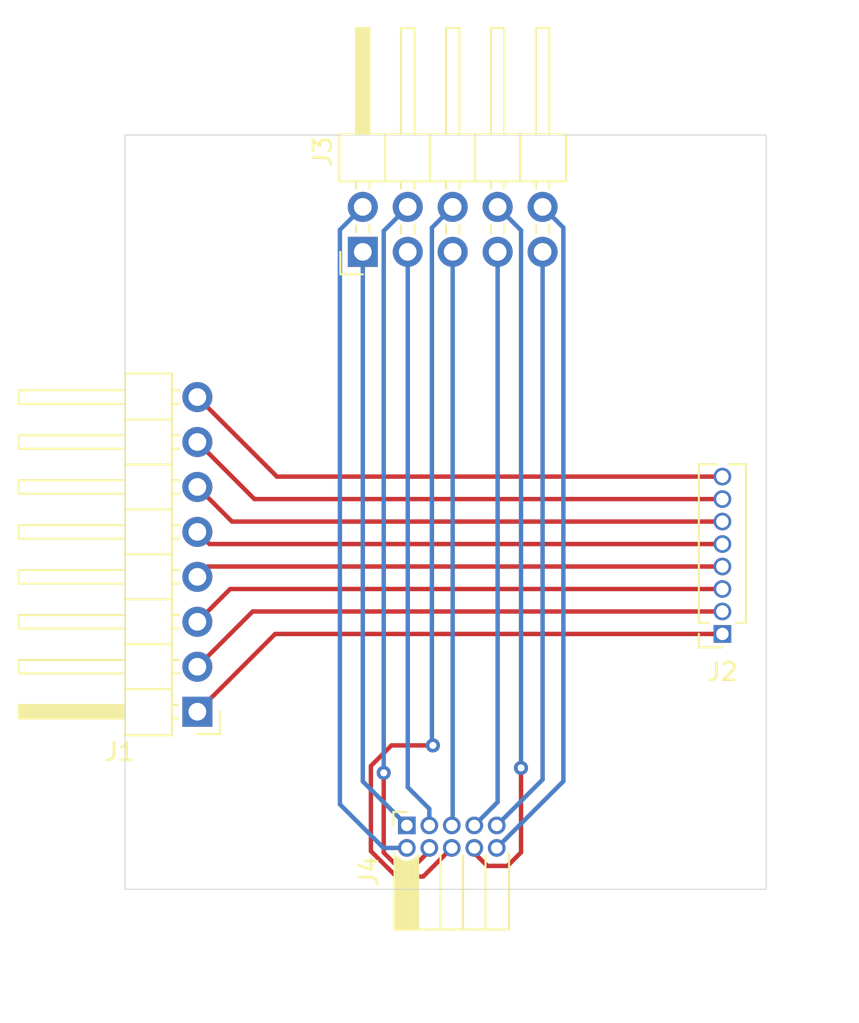
<source format=kicad_pcb>
(kicad_pcb (version 20171130) (host pcbnew "(5.1.12)-1")

  (general
    (thickness 1.6)
    (drawings 4)
    (tracks 60)
    (zones 0)
    (modules 4)
    (nets 19)
  )

  (page A4)
  (layers
    (0 F.Cu signal)
    (31 B.Cu signal)
    (32 B.Adhes user)
    (33 F.Adhes user)
    (34 B.Paste user)
    (35 F.Paste user)
    (36 B.SilkS user)
    (37 F.SilkS user)
    (38 B.Mask user)
    (39 F.Mask user)
    (40 Dwgs.User user)
    (41 Cmts.User user)
    (42 Eco1.User user)
    (43 Eco2.User user)
    (44 Edge.Cuts user)
    (45 Margin user)
    (46 B.CrtYd user)
    (47 F.CrtYd user)
    (48 B.Fab user)
    (49 F.Fab user)
  )

  (setup
    (last_trace_width 0.25)
    (trace_clearance 0.2)
    (zone_clearance 0.508)
    (zone_45_only no)
    (trace_min 0.2)
    (via_size 0.8)
    (via_drill 0.4)
    (via_min_size 0.4)
    (via_min_drill 0.3)
    (uvia_size 0.3)
    (uvia_drill 0.1)
    (uvias_allowed no)
    (uvia_min_size 0.2)
    (uvia_min_drill 0.1)
    (edge_width 0.05)
    (segment_width 0.2)
    (pcb_text_width 0.3)
    (pcb_text_size 1.5 1.5)
    (mod_edge_width 0.12)
    (mod_text_size 1 1)
    (mod_text_width 0.15)
    (pad_size 1.524 1.524)
    (pad_drill 0.762)
    (pad_to_mask_clearance 0)
    (aux_axis_origin 0 0)
    (visible_elements 7FFFFFFF)
    (pcbplotparams
      (layerselection 0x010fc_ffffffff)
      (usegerberextensions false)
      (usegerberattributes true)
      (usegerberadvancedattributes true)
      (creategerberjobfile true)
      (excludeedgelayer true)
      (linewidth 0.100000)
      (plotframeref false)
      (viasonmask false)
      (mode 1)
      (useauxorigin false)
      (hpglpennumber 1)
      (hpglpenspeed 20)
      (hpglpendiameter 15.000000)
      (psnegative false)
      (psa4output false)
      (plotreference true)
      (plotvalue false)
      (plotinvisibletext false)
      (padsonsilk false)
      (subtractmaskfromsilk true)
      (outputformat 1)
      (mirror false)
      (drillshape 0)
      (scaleselection 1)
      (outputdirectory "gerbers/"))
  )

  (net 0 "")
  (net 1 "Net-(J1-Pad8)")
  (net 2 "Net-(J1-Pad7)")
  (net 3 "Net-(J1-Pad6)")
  (net 4 "Net-(J1-Pad5)")
  (net 5 "Net-(J1-Pad4)")
  (net 6 "Net-(J1-Pad3)")
  (net 7 "Net-(J1-Pad2)")
  (net 8 "Net-(J1-Pad1)")
  (net 9 "Net-(J3-Pad10)")
  (net 10 "Net-(J3-Pad9)")
  (net 11 "Net-(J3-Pad8)")
  (net 12 "Net-(J3-Pad7)")
  (net 13 "Net-(J3-Pad6)")
  (net 14 "Net-(J3-Pad5)")
  (net 15 "Net-(J3-Pad4)")
  (net 16 "Net-(J3-Pad3)")
  (net 17 "Net-(J3-Pad2)")
  (net 18 "Net-(J3-Pad1)")

  (net_class Default "This is the default net class."
    (clearance 0.2)
    (trace_width 0.25)
    (via_dia 0.8)
    (via_drill 0.4)
    (uvia_dia 0.3)
    (uvia_drill 0.1)
    (add_net "Net-(J1-Pad1)")
    (add_net "Net-(J1-Pad2)")
    (add_net "Net-(J1-Pad3)")
    (add_net "Net-(J1-Pad4)")
    (add_net "Net-(J1-Pad5)")
    (add_net "Net-(J1-Pad6)")
    (add_net "Net-(J1-Pad7)")
    (add_net "Net-(J1-Pad8)")
    (add_net "Net-(J3-Pad1)")
    (add_net "Net-(J3-Pad10)")
    (add_net "Net-(J3-Pad2)")
    (add_net "Net-(J3-Pad3)")
    (add_net "Net-(J3-Pad4)")
    (add_net "Net-(J3-Pad5)")
    (add_net "Net-(J3-Pad6)")
    (add_net "Net-(J3-Pad7)")
    (add_net "Net-(J3-Pad8)")
    (add_net "Net-(J3-Pad9)")
  )

  (module Connector_PinSocket_1.27mm:PinSocket_1x08_P1.27mm_Vertical (layer F.Cu) (tedit 5A19A42F) (tstamp 62F3B6CA)
    (at 177.7746 104.013 180)
    (descr "Through hole straight socket strip, 1x08, 1.27mm pitch, single row (from Kicad 4.0.7), script generated")
    (tags "Through hole socket strip THT 1x08 1.27mm single row")
    (path /62FCCCDC)
    (fp_text reference J2 (at 0 -2.135) (layer F.SilkS)
      (effects (font (size 1 1) (thickness 0.15)))
    )
    (fp_text value Conn_01x08_Female (at 0 11.025) (layer F.Fab)
      (effects (font (size 1 1) (thickness 0.15)))
    )
    (fp_line (start -1.8 10.05) (end -1.8 -1.15) (layer F.CrtYd) (width 0.05))
    (fp_line (start 1.75 10.05) (end -1.8 10.05) (layer F.CrtYd) (width 0.05))
    (fp_line (start 1.75 -1.15) (end 1.75 10.05) (layer F.CrtYd) (width 0.05))
    (fp_line (start -1.8 -1.15) (end 1.75 -1.15) (layer F.CrtYd) (width 0.05))
    (fp_line (start 0 -0.76) (end 1.33 -0.76) (layer F.SilkS) (width 0.12))
    (fp_line (start 1.33 -0.76) (end 1.33 0) (layer F.SilkS) (width 0.12))
    (fp_line (start 1.33 0.635) (end 1.33 9.585) (layer F.SilkS) (width 0.12))
    (fp_line (start 0.30753 9.585) (end 1.33 9.585) (layer F.SilkS) (width 0.12))
    (fp_line (start -1.33 9.585) (end -0.30753 9.585) (layer F.SilkS) (width 0.12))
    (fp_line (start -1.33 0.635) (end -1.33 9.585) (layer F.SilkS) (width 0.12))
    (fp_line (start 0.76 0.635) (end 1.33 0.635) (layer F.SilkS) (width 0.12))
    (fp_line (start -1.33 0.635) (end -0.76 0.635) (layer F.SilkS) (width 0.12))
    (fp_line (start -1.27 9.525) (end -1.27 -0.635) (layer F.Fab) (width 0.1))
    (fp_line (start 1.27 9.525) (end -1.27 9.525) (layer F.Fab) (width 0.1))
    (fp_line (start 1.27 0) (end 1.27 9.525) (layer F.Fab) (width 0.1))
    (fp_line (start 0.635 -0.635) (end 1.27 0) (layer F.Fab) (width 0.1))
    (fp_line (start -1.27 -0.635) (end 0.635 -0.635) (layer F.Fab) (width 0.1))
    (fp_text user %R (at -4.6228 -2.794 90) (layer F.Fab)
      (effects (font (size 1 1) (thickness 0.15)))
    )
    (pad 8 thru_hole oval (at 0 8.89 180) (size 1 1) (drill 0.7) (layers *.Cu *.Mask)
      (net 1 "Net-(J1-Pad8)"))
    (pad 7 thru_hole oval (at 0 7.62 180) (size 1 1) (drill 0.7) (layers *.Cu *.Mask)
      (net 2 "Net-(J1-Pad7)"))
    (pad 6 thru_hole oval (at 0 6.35 180) (size 1 1) (drill 0.7) (layers *.Cu *.Mask)
      (net 3 "Net-(J1-Pad6)"))
    (pad 5 thru_hole oval (at 0 5.08 180) (size 1 1) (drill 0.7) (layers *.Cu *.Mask)
      (net 4 "Net-(J1-Pad5)"))
    (pad 4 thru_hole oval (at 0 3.81 180) (size 1 1) (drill 0.7) (layers *.Cu *.Mask)
      (net 5 "Net-(J1-Pad4)"))
    (pad 3 thru_hole oval (at 0 2.54 180) (size 1 1) (drill 0.7) (layers *.Cu *.Mask)
      (net 6 "Net-(J1-Pad3)"))
    (pad 2 thru_hole oval (at 0 1.27 180) (size 1 1) (drill 0.7) (layers *.Cu *.Mask)
      (net 7 "Net-(J1-Pad2)"))
    (pad 1 thru_hole rect (at 0 0 180) (size 1 1) (drill 0.7) (layers *.Cu *.Mask)
      (net 8 "Net-(J1-Pad1)"))
    (model ${KISYS3DMOD}/Connector_PinSocket_1.27mm.3dshapes/PinSocket_1x08_P1.27mm_Vertical.wrl
      (at (xyz 0 0 0))
      (scale (xyz 1 1 1))
      (rotate (xyz 0 0 0))
    )
  )

  (module Connector_PinSocket_1.27mm:PinSocket_2x05_P1.27mm_Horizontal (layer F.Cu) (tedit 5A19A42F) (tstamp 62F3B76E)
    (at 159.9438 114.8334 90)
    (descr "Through hole angled socket strip, 2x05, 1.27mm pitch, 4.4mm socket length, double cols (https://gct.co/pdfjs/web/viewer.html?file=/Files/Drawings/BD091.pdf&t=1511594177220), script generated")
    (tags "Through hole angled socket strip THT 2x05 1.27mm double row")
    (path /62FD0FA3)
    (fp_text reference J4 (at -2.5925 -2.135 90) (layer F.SilkS)
      (effects (font (size 1 1) (thickness 0.15)))
    )
    (fp_text value Conn_02x05_Odd_Even (at -2.5925 7.215 90) (layer F.Fab)
      (effects (font (size 1 1) (thickness 0.15)))
    )
    (fp_line (start 1.15 6.2) (end 1.15 -1.15) (layer F.CrtYd) (width 0.05))
    (fp_line (start -6.35 6.2) (end 1.15 6.2) (layer F.CrtYd) (width 0.05))
    (fp_line (start -6.35 -1.15) (end -6.35 6.2) (layer F.CrtYd) (width 0.05))
    (fp_line (start 1.15 -1.15) (end -6.35 -1.15) (layer F.CrtYd) (width 0.05))
    (fp_line (start 0 -0.76) (end 0.76 -0.76) (layer F.SilkS) (width 0.12))
    (fp_line (start 0.76 -0.76) (end 0.76 0) (layer F.SilkS) (width 0.12))
    (fp_line (start -5.88 -0.695) (end -5.88 5.775) (layer F.SilkS) (width 0.12))
    (fp_line (start -5.88 5.775) (end -1.57753 5.775) (layer F.SilkS) (width 0.12))
    (fp_line (start -5.88 -0.695) (end -1.57753 -0.695) (layer F.SilkS) (width 0.12))
    (fp_line (start -5.88 4.445) (end -1.687582 4.445) (layer F.SilkS) (width 0.12))
    (fp_line (start -5.88 3.175) (end -1.687582 3.175) (layer F.SilkS) (width 0.12))
    (fp_line (start -5.88 1.905) (end -1.687582 1.905) (layer F.SilkS) (width 0.12))
    (fp_line (start -5.88 0.635) (end -1.687582 0.635) (layer F.SilkS) (width 0.12))
    (fp_line (start -5.88 0.525) (end -1.819523 0.525) (layer F.SilkS) (width 0.12))
    (fp_line (start -5.88 0.415) (end -1.906691 0.415) (layer F.SilkS) (width 0.12))
    (fp_line (start -5.88 0.305) (end -1.966114 0.305) (layer F.SilkS) (width 0.12))
    (fp_line (start -5.88 0.195) (end -2.004558 0.195) (layer F.SilkS) (width 0.12))
    (fp_line (start -5.88 0.085) (end -2.025232 0.085) (layer F.SilkS) (width 0.12))
    (fp_line (start -5.88 -0.025) (end -2.029589 -0.025) (layer F.SilkS) (width 0.12))
    (fp_line (start -5.88 -0.135) (end -2.017914 -0.135) (layer F.SilkS) (width 0.12))
    (fp_line (start -5.88 -0.245) (end -1.989427 -0.245) (layer F.SilkS) (width 0.12))
    (fp_line (start -5.88 -0.355) (end -1.941993 -0.355) (layer F.SilkS) (width 0.12))
    (fp_line (start -5.88 -0.465) (end -1.871145 -0.465) (layer F.SilkS) (width 0.12))
    (fp_line (start -5.88 -0.575) (end -1.766966 -0.575) (layer F.SilkS) (width 0.12))
    (fp_line (start 0 5.33) (end 0 4.83) (layer F.Fab) (width 0.1))
    (fp_line (start -1.42 5.33) (end 0 5.33) (layer F.Fab) (width 0.1))
    (fp_line (start 0 4.83) (end -1.42 4.83) (layer F.Fab) (width 0.1))
    (fp_line (start 0 4.06) (end 0 3.56) (layer F.Fab) (width 0.1))
    (fp_line (start -1.42 4.06) (end 0 4.06) (layer F.Fab) (width 0.1))
    (fp_line (start 0 3.56) (end -1.42 3.56) (layer F.Fab) (width 0.1))
    (fp_line (start 0 2.79) (end 0 2.29) (layer F.Fab) (width 0.1))
    (fp_line (start -1.42 2.79) (end 0 2.79) (layer F.Fab) (width 0.1))
    (fp_line (start 0 2.29) (end -1.42 2.29) (layer F.Fab) (width 0.1))
    (fp_line (start 0 1.52) (end 0 1.02) (layer F.Fab) (width 0.1))
    (fp_line (start -1.42 1.52) (end 0 1.52) (layer F.Fab) (width 0.1))
    (fp_line (start 0 1.02) (end -1.42 1.02) (layer F.Fab) (width 0.1))
    (fp_line (start 0 0.25) (end 0 -0.25) (layer F.Fab) (width 0.1))
    (fp_line (start -1.42 0.25) (end 0 0.25) (layer F.Fab) (width 0.1))
    (fp_line (start 0 -0.25) (end -1.42 -0.25) (layer F.Fab) (width 0.1))
    (fp_line (start -5.82 5.715) (end -5.82 -0.635) (layer F.Fab) (width 0.1))
    (fp_line (start -1.42 5.715) (end -5.82 5.715) (layer F.Fab) (width 0.1))
    (fp_line (start -1.42 -0.25) (end -1.42 5.715) (layer F.Fab) (width 0.1))
    (fp_line (start -1.805 -0.635) (end -1.42 -0.25) (layer F.Fab) (width 0.1))
    (fp_line (start -5.82 -0.635) (end -1.805 -0.635) (layer F.Fab) (width 0.1))
    (fp_text user %R (at -3.62 2.54) (layer F.Fab)
      (effects (font (size 1 1) (thickness 0.15)))
    )
    (pad 10 thru_hole oval (at -1.27 5.08 90) (size 1 1) (drill 0.65) (layers *.Cu *.Mask)
      (net 9 "Net-(J3-Pad10)"))
    (pad 9 thru_hole oval (at 0 5.08 90) (size 1 1) (drill 0.65) (layers *.Cu *.Mask)
      (net 10 "Net-(J3-Pad9)"))
    (pad 8 thru_hole oval (at -1.27 3.81 90) (size 1 1) (drill 0.65) (layers *.Cu *.Mask)
      (net 11 "Net-(J3-Pad8)"))
    (pad 7 thru_hole oval (at 0 3.81 90) (size 1 1) (drill 0.65) (layers *.Cu *.Mask)
      (net 12 "Net-(J3-Pad7)"))
    (pad 6 thru_hole oval (at -1.27 2.54 90) (size 1 1) (drill 0.65) (layers *.Cu *.Mask)
      (net 13 "Net-(J3-Pad6)"))
    (pad 5 thru_hole oval (at 0 2.54 90) (size 1 1) (drill 0.65) (layers *.Cu *.Mask)
      (net 14 "Net-(J3-Pad5)"))
    (pad 4 thru_hole oval (at -1.27 1.27 90) (size 1 1) (drill 0.65) (layers *.Cu *.Mask)
      (net 15 "Net-(J3-Pad4)"))
    (pad 3 thru_hole oval (at 0 1.27 90) (size 1 1) (drill 0.65) (layers *.Cu *.Mask)
      (net 16 "Net-(J3-Pad3)"))
    (pad 2 thru_hole oval (at -1.27 0 90) (size 1 1) (drill 0.65) (layers *.Cu *.Mask)
      (net 17 "Net-(J3-Pad2)"))
    (pad 1 thru_hole rect (at 0 0 90) (size 1 1) (drill 0.65) (layers *.Cu *.Mask)
      (net 18 "Net-(J3-Pad1)"))
    (model ${KISYS3DMOD}/Connector_PinSocket_1.27mm.3dshapes/PinSocket_2x05_P1.27mm_Horizontal.wrl
      (at (xyz 0 0 0))
      (scale (xyz 1 1 1))
      (rotate (xyz 0 0 0))
    )
  )

  (module Connector_PinHeader_2.54mm:PinHeader_2x05_P2.54mm_Horizontal (layer F.Cu) (tedit 59FED5CB) (tstamp 62F3B733)
    (at 157.4546 82.423 90)
    (descr "Through hole angled pin header, 2x05, 2.54mm pitch, 6mm pin length, double rows")
    (tags "Through hole angled pin header THT 2x05 2.54mm double row")
    (path /62FCF510)
    (fp_text reference J3 (at 5.655 -2.27 90) (layer F.SilkS)
      (effects (font (size 1 1) (thickness 0.15)))
    )
    (fp_text value Conn_02x05_Odd_Even (at 5.655 12.43 90) (layer F.Fab)
      (effects (font (size 1 1) (thickness 0.15)))
    )
    (fp_line (start 13.1 -1.8) (end -1.8 -1.8) (layer F.CrtYd) (width 0.05))
    (fp_line (start 13.1 11.95) (end 13.1 -1.8) (layer F.CrtYd) (width 0.05))
    (fp_line (start -1.8 11.95) (end 13.1 11.95) (layer F.CrtYd) (width 0.05))
    (fp_line (start -1.8 -1.8) (end -1.8 11.95) (layer F.CrtYd) (width 0.05))
    (fp_line (start -1.27 -1.27) (end 0 -1.27) (layer F.SilkS) (width 0.12))
    (fp_line (start -1.27 0) (end -1.27 -1.27) (layer F.SilkS) (width 0.12))
    (fp_line (start 1.042929 10.54) (end 1.497071 10.54) (layer F.SilkS) (width 0.12))
    (fp_line (start 1.042929 9.78) (end 1.497071 9.78) (layer F.SilkS) (width 0.12))
    (fp_line (start 3.582929 10.54) (end 3.98 10.54) (layer F.SilkS) (width 0.12))
    (fp_line (start 3.582929 9.78) (end 3.98 9.78) (layer F.SilkS) (width 0.12))
    (fp_line (start 12.64 10.54) (end 6.64 10.54) (layer F.SilkS) (width 0.12))
    (fp_line (start 12.64 9.78) (end 12.64 10.54) (layer F.SilkS) (width 0.12))
    (fp_line (start 6.64 9.78) (end 12.64 9.78) (layer F.SilkS) (width 0.12))
    (fp_line (start 3.98 8.89) (end 6.64 8.89) (layer F.SilkS) (width 0.12))
    (fp_line (start 1.042929 8) (end 1.497071 8) (layer F.SilkS) (width 0.12))
    (fp_line (start 1.042929 7.24) (end 1.497071 7.24) (layer F.SilkS) (width 0.12))
    (fp_line (start 3.582929 8) (end 3.98 8) (layer F.SilkS) (width 0.12))
    (fp_line (start 3.582929 7.24) (end 3.98 7.24) (layer F.SilkS) (width 0.12))
    (fp_line (start 12.64 8) (end 6.64 8) (layer F.SilkS) (width 0.12))
    (fp_line (start 12.64 7.24) (end 12.64 8) (layer F.SilkS) (width 0.12))
    (fp_line (start 6.64 7.24) (end 12.64 7.24) (layer F.SilkS) (width 0.12))
    (fp_line (start 3.98 6.35) (end 6.64 6.35) (layer F.SilkS) (width 0.12))
    (fp_line (start 1.042929 5.46) (end 1.497071 5.46) (layer F.SilkS) (width 0.12))
    (fp_line (start 1.042929 4.7) (end 1.497071 4.7) (layer F.SilkS) (width 0.12))
    (fp_line (start 3.582929 5.46) (end 3.98 5.46) (layer F.SilkS) (width 0.12))
    (fp_line (start 3.582929 4.7) (end 3.98 4.7) (layer F.SilkS) (width 0.12))
    (fp_line (start 12.64 5.46) (end 6.64 5.46) (layer F.SilkS) (width 0.12))
    (fp_line (start 12.64 4.7) (end 12.64 5.46) (layer F.SilkS) (width 0.12))
    (fp_line (start 6.64 4.7) (end 12.64 4.7) (layer F.SilkS) (width 0.12))
    (fp_line (start 3.98 3.81) (end 6.64 3.81) (layer F.SilkS) (width 0.12))
    (fp_line (start 1.042929 2.92) (end 1.497071 2.92) (layer F.SilkS) (width 0.12))
    (fp_line (start 1.042929 2.16) (end 1.497071 2.16) (layer F.SilkS) (width 0.12))
    (fp_line (start 3.582929 2.92) (end 3.98 2.92) (layer F.SilkS) (width 0.12))
    (fp_line (start 3.582929 2.16) (end 3.98 2.16) (layer F.SilkS) (width 0.12))
    (fp_line (start 12.64 2.92) (end 6.64 2.92) (layer F.SilkS) (width 0.12))
    (fp_line (start 12.64 2.16) (end 12.64 2.92) (layer F.SilkS) (width 0.12))
    (fp_line (start 6.64 2.16) (end 12.64 2.16) (layer F.SilkS) (width 0.12))
    (fp_line (start 3.98 1.27) (end 6.64 1.27) (layer F.SilkS) (width 0.12))
    (fp_line (start 1.11 0.38) (end 1.497071 0.38) (layer F.SilkS) (width 0.12))
    (fp_line (start 1.11 -0.38) (end 1.497071 -0.38) (layer F.SilkS) (width 0.12))
    (fp_line (start 3.582929 0.38) (end 3.98 0.38) (layer F.SilkS) (width 0.12))
    (fp_line (start 3.582929 -0.38) (end 3.98 -0.38) (layer F.SilkS) (width 0.12))
    (fp_line (start 6.64 0.28) (end 12.64 0.28) (layer F.SilkS) (width 0.12))
    (fp_line (start 6.64 0.16) (end 12.64 0.16) (layer F.SilkS) (width 0.12))
    (fp_line (start 6.64 0.04) (end 12.64 0.04) (layer F.SilkS) (width 0.12))
    (fp_line (start 6.64 -0.08) (end 12.64 -0.08) (layer F.SilkS) (width 0.12))
    (fp_line (start 6.64 -0.2) (end 12.64 -0.2) (layer F.SilkS) (width 0.12))
    (fp_line (start 6.64 -0.32) (end 12.64 -0.32) (layer F.SilkS) (width 0.12))
    (fp_line (start 12.64 0.38) (end 6.64 0.38) (layer F.SilkS) (width 0.12))
    (fp_line (start 12.64 -0.38) (end 12.64 0.38) (layer F.SilkS) (width 0.12))
    (fp_line (start 6.64 -0.38) (end 12.64 -0.38) (layer F.SilkS) (width 0.12))
    (fp_line (start 6.64 -1.33) (end 3.98 -1.33) (layer F.SilkS) (width 0.12))
    (fp_line (start 6.64 11.49) (end 6.64 -1.33) (layer F.SilkS) (width 0.12))
    (fp_line (start 3.98 11.49) (end 6.64 11.49) (layer F.SilkS) (width 0.12))
    (fp_line (start 3.98 -1.33) (end 3.98 11.49) (layer F.SilkS) (width 0.12))
    (fp_line (start 6.58 10.48) (end 12.58 10.48) (layer F.Fab) (width 0.1))
    (fp_line (start 12.58 9.84) (end 12.58 10.48) (layer F.Fab) (width 0.1))
    (fp_line (start 6.58 9.84) (end 12.58 9.84) (layer F.Fab) (width 0.1))
    (fp_line (start -0.32 10.48) (end 4.04 10.48) (layer F.Fab) (width 0.1))
    (fp_line (start -0.32 9.84) (end -0.32 10.48) (layer F.Fab) (width 0.1))
    (fp_line (start -0.32 9.84) (end 4.04 9.84) (layer F.Fab) (width 0.1))
    (fp_line (start 6.58 7.94) (end 12.58 7.94) (layer F.Fab) (width 0.1))
    (fp_line (start 12.58 7.3) (end 12.58 7.94) (layer F.Fab) (width 0.1))
    (fp_line (start 6.58 7.3) (end 12.58 7.3) (layer F.Fab) (width 0.1))
    (fp_line (start -0.32 7.94) (end 4.04 7.94) (layer F.Fab) (width 0.1))
    (fp_line (start -0.32 7.3) (end -0.32 7.94) (layer F.Fab) (width 0.1))
    (fp_line (start -0.32 7.3) (end 4.04 7.3) (layer F.Fab) (width 0.1))
    (fp_line (start 6.58 5.4) (end 12.58 5.4) (layer F.Fab) (width 0.1))
    (fp_line (start 12.58 4.76) (end 12.58 5.4) (layer F.Fab) (width 0.1))
    (fp_line (start 6.58 4.76) (end 12.58 4.76) (layer F.Fab) (width 0.1))
    (fp_line (start -0.32 5.4) (end 4.04 5.4) (layer F.Fab) (width 0.1))
    (fp_line (start -0.32 4.76) (end -0.32 5.4) (layer F.Fab) (width 0.1))
    (fp_line (start -0.32 4.76) (end 4.04 4.76) (layer F.Fab) (width 0.1))
    (fp_line (start 6.58 2.86) (end 12.58 2.86) (layer F.Fab) (width 0.1))
    (fp_line (start 12.58 2.22) (end 12.58 2.86) (layer F.Fab) (width 0.1))
    (fp_line (start 6.58 2.22) (end 12.58 2.22) (layer F.Fab) (width 0.1))
    (fp_line (start -0.32 2.86) (end 4.04 2.86) (layer F.Fab) (width 0.1))
    (fp_line (start -0.32 2.22) (end -0.32 2.86) (layer F.Fab) (width 0.1))
    (fp_line (start -0.32 2.22) (end 4.04 2.22) (layer F.Fab) (width 0.1))
    (fp_line (start 6.58 0.32) (end 12.58 0.32) (layer F.Fab) (width 0.1))
    (fp_line (start 12.58 -0.32) (end 12.58 0.32) (layer F.Fab) (width 0.1))
    (fp_line (start 6.58 -0.32) (end 12.58 -0.32) (layer F.Fab) (width 0.1))
    (fp_line (start -0.32 0.32) (end 4.04 0.32) (layer F.Fab) (width 0.1))
    (fp_line (start -0.32 -0.32) (end -0.32 0.32) (layer F.Fab) (width 0.1))
    (fp_line (start -0.32 -0.32) (end 4.04 -0.32) (layer F.Fab) (width 0.1))
    (fp_line (start 4.04 -0.635) (end 4.675 -1.27) (layer F.Fab) (width 0.1))
    (fp_line (start 4.04 11.43) (end 4.04 -0.635) (layer F.Fab) (width 0.1))
    (fp_line (start 6.58 11.43) (end 4.04 11.43) (layer F.Fab) (width 0.1))
    (fp_line (start 6.58 -1.27) (end 6.58 11.43) (layer F.Fab) (width 0.1))
    (fp_line (start 4.675 -1.27) (end 6.58 -1.27) (layer F.Fab) (width 0.1))
    (fp_text user %R (at 5.31 5.08) (layer F.Fab)
      (effects (font (size 1 1) (thickness 0.15)))
    )
    (pad 10 thru_hole oval (at 2.54 10.16 90) (size 1.7 1.7) (drill 1) (layers *.Cu *.Mask)
      (net 9 "Net-(J3-Pad10)"))
    (pad 9 thru_hole oval (at 0 10.16 90) (size 1.7 1.7) (drill 1) (layers *.Cu *.Mask)
      (net 10 "Net-(J3-Pad9)"))
    (pad 8 thru_hole oval (at 2.54 7.62 90) (size 1.7 1.7) (drill 1) (layers *.Cu *.Mask)
      (net 11 "Net-(J3-Pad8)"))
    (pad 7 thru_hole oval (at 0 7.62 90) (size 1.7 1.7) (drill 1) (layers *.Cu *.Mask)
      (net 12 "Net-(J3-Pad7)"))
    (pad 6 thru_hole oval (at 2.54 5.08 90) (size 1.7 1.7) (drill 1) (layers *.Cu *.Mask)
      (net 13 "Net-(J3-Pad6)"))
    (pad 5 thru_hole oval (at 0 5.08 90) (size 1.7 1.7) (drill 1) (layers *.Cu *.Mask)
      (net 14 "Net-(J3-Pad5)"))
    (pad 4 thru_hole oval (at 2.54 2.54 90) (size 1.7 1.7) (drill 1) (layers *.Cu *.Mask)
      (net 15 "Net-(J3-Pad4)"))
    (pad 3 thru_hole oval (at 0 2.54 90) (size 1.7 1.7) (drill 1) (layers *.Cu *.Mask)
      (net 16 "Net-(J3-Pad3)"))
    (pad 2 thru_hole oval (at 2.54 0 90) (size 1.7 1.7) (drill 1) (layers *.Cu *.Mask)
      (net 17 "Net-(J3-Pad2)"))
    (pad 1 thru_hole rect (at 0 0 90) (size 1.7 1.7) (drill 1) (layers *.Cu *.Mask)
      (net 18 "Net-(J3-Pad1)"))
    (model ${KISYS3DMOD}/Connector_PinHeader_2.54mm.3dshapes/PinHeader_2x05_P2.54mm_Horizontal.wrl
      (at (xyz 0 0 0))
      (scale (xyz 1 1 1))
      (rotate (xyz 0 0 0))
    )
  )

  (module Connector_PinHeader_2.54mm:PinHeader_1x08_P2.54mm_Horizontal (layer F.Cu) (tedit 59FED5CB) (tstamp 62F3B68F)
    (at 148.1074 108.4072 180)
    (descr "Through hole angled pin header, 1x08, 2.54mm pitch, 6mm pin length, single row")
    (tags "Through hole angled pin header THT 1x08 2.54mm single row")
    (path /62FCDB06)
    (fp_text reference J1 (at 4.385 -2.27) (layer F.SilkS)
      (effects (font (size 1 1) (thickness 0.15)))
    )
    (fp_text value Conn_01x08_Male (at 4.385 20.05) (layer F.Fab)
      (effects (font (size 1 1) (thickness 0.15)))
    )
    (fp_line (start 10.55 -1.8) (end -1.8 -1.8) (layer F.CrtYd) (width 0.05))
    (fp_line (start 10.55 19.55) (end 10.55 -1.8) (layer F.CrtYd) (width 0.05))
    (fp_line (start -1.8 19.55) (end 10.55 19.55) (layer F.CrtYd) (width 0.05))
    (fp_line (start -1.8 -1.8) (end -1.8 19.55) (layer F.CrtYd) (width 0.05))
    (fp_line (start -1.27 -1.27) (end 0 -1.27) (layer F.SilkS) (width 0.12))
    (fp_line (start -1.27 0) (end -1.27 -1.27) (layer F.SilkS) (width 0.12))
    (fp_line (start 1.042929 18.16) (end 1.44 18.16) (layer F.SilkS) (width 0.12))
    (fp_line (start 1.042929 17.4) (end 1.44 17.4) (layer F.SilkS) (width 0.12))
    (fp_line (start 10.1 18.16) (end 4.1 18.16) (layer F.SilkS) (width 0.12))
    (fp_line (start 10.1 17.4) (end 10.1 18.16) (layer F.SilkS) (width 0.12))
    (fp_line (start 4.1 17.4) (end 10.1 17.4) (layer F.SilkS) (width 0.12))
    (fp_line (start 1.44 16.51) (end 4.1 16.51) (layer F.SilkS) (width 0.12))
    (fp_line (start 1.042929 15.62) (end 1.44 15.62) (layer F.SilkS) (width 0.12))
    (fp_line (start 1.042929 14.86) (end 1.44 14.86) (layer F.SilkS) (width 0.12))
    (fp_line (start 10.1 15.62) (end 4.1 15.62) (layer F.SilkS) (width 0.12))
    (fp_line (start 10.1 14.86) (end 10.1 15.62) (layer F.SilkS) (width 0.12))
    (fp_line (start 4.1 14.86) (end 10.1 14.86) (layer F.SilkS) (width 0.12))
    (fp_line (start 1.44 13.97) (end 4.1 13.97) (layer F.SilkS) (width 0.12))
    (fp_line (start 1.042929 13.08) (end 1.44 13.08) (layer F.SilkS) (width 0.12))
    (fp_line (start 1.042929 12.32) (end 1.44 12.32) (layer F.SilkS) (width 0.12))
    (fp_line (start 10.1 13.08) (end 4.1 13.08) (layer F.SilkS) (width 0.12))
    (fp_line (start 10.1 12.32) (end 10.1 13.08) (layer F.SilkS) (width 0.12))
    (fp_line (start 4.1 12.32) (end 10.1 12.32) (layer F.SilkS) (width 0.12))
    (fp_line (start 1.44 11.43) (end 4.1 11.43) (layer F.SilkS) (width 0.12))
    (fp_line (start 1.042929 10.54) (end 1.44 10.54) (layer F.SilkS) (width 0.12))
    (fp_line (start 1.042929 9.78) (end 1.44 9.78) (layer F.SilkS) (width 0.12))
    (fp_line (start 10.1 10.54) (end 4.1 10.54) (layer F.SilkS) (width 0.12))
    (fp_line (start 10.1 9.78) (end 10.1 10.54) (layer F.SilkS) (width 0.12))
    (fp_line (start 4.1 9.78) (end 10.1 9.78) (layer F.SilkS) (width 0.12))
    (fp_line (start 1.44 8.89) (end 4.1 8.89) (layer F.SilkS) (width 0.12))
    (fp_line (start 1.042929 8) (end 1.44 8) (layer F.SilkS) (width 0.12))
    (fp_line (start 1.042929 7.24) (end 1.44 7.24) (layer F.SilkS) (width 0.12))
    (fp_line (start 10.1 8) (end 4.1 8) (layer F.SilkS) (width 0.12))
    (fp_line (start 10.1 7.24) (end 10.1 8) (layer F.SilkS) (width 0.12))
    (fp_line (start 4.1 7.24) (end 10.1 7.24) (layer F.SilkS) (width 0.12))
    (fp_line (start 1.44 6.35) (end 4.1 6.35) (layer F.SilkS) (width 0.12))
    (fp_line (start 1.042929 5.46) (end 1.44 5.46) (layer F.SilkS) (width 0.12))
    (fp_line (start 1.042929 4.7) (end 1.44 4.7) (layer F.SilkS) (width 0.12))
    (fp_line (start 10.1 5.46) (end 4.1 5.46) (layer F.SilkS) (width 0.12))
    (fp_line (start 10.1 4.7) (end 10.1 5.46) (layer F.SilkS) (width 0.12))
    (fp_line (start 4.1 4.7) (end 10.1 4.7) (layer F.SilkS) (width 0.12))
    (fp_line (start 1.44 3.81) (end 4.1 3.81) (layer F.SilkS) (width 0.12))
    (fp_line (start 1.042929 2.92) (end 1.44 2.92) (layer F.SilkS) (width 0.12))
    (fp_line (start 1.042929 2.16) (end 1.44 2.16) (layer F.SilkS) (width 0.12))
    (fp_line (start 10.1 2.92) (end 4.1 2.92) (layer F.SilkS) (width 0.12))
    (fp_line (start 10.1 2.16) (end 10.1 2.92) (layer F.SilkS) (width 0.12))
    (fp_line (start 4.1 2.16) (end 10.1 2.16) (layer F.SilkS) (width 0.12))
    (fp_line (start 1.44 1.27) (end 4.1 1.27) (layer F.SilkS) (width 0.12))
    (fp_line (start 1.11 0.38) (end 1.44 0.38) (layer F.SilkS) (width 0.12))
    (fp_line (start 1.11 -0.38) (end 1.44 -0.38) (layer F.SilkS) (width 0.12))
    (fp_line (start 4.1 0.28) (end 10.1 0.28) (layer F.SilkS) (width 0.12))
    (fp_line (start 4.1 0.16) (end 10.1 0.16) (layer F.SilkS) (width 0.12))
    (fp_line (start 4.1 0.04) (end 10.1 0.04) (layer F.SilkS) (width 0.12))
    (fp_line (start 4.1 -0.08) (end 10.1 -0.08) (layer F.SilkS) (width 0.12))
    (fp_line (start 4.1 -0.2) (end 10.1 -0.2) (layer F.SilkS) (width 0.12))
    (fp_line (start 4.1 -0.32) (end 10.1 -0.32) (layer F.SilkS) (width 0.12))
    (fp_line (start 10.1 0.38) (end 4.1 0.38) (layer F.SilkS) (width 0.12))
    (fp_line (start 10.1 -0.38) (end 10.1 0.38) (layer F.SilkS) (width 0.12))
    (fp_line (start 4.1 -0.38) (end 10.1 -0.38) (layer F.SilkS) (width 0.12))
    (fp_line (start 4.1 -1.33) (end 1.44 -1.33) (layer F.SilkS) (width 0.12))
    (fp_line (start 4.1 19.11) (end 4.1 -1.33) (layer F.SilkS) (width 0.12))
    (fp_line (start 1.44 19.11) (end 4.1 19.11) (layer F.SilkS) (width 0.12))
    (fp_line (start 1.44 -1.33) (end 1.44 19.11) (layer F.SilkS) (width 0.12))
    (fp_line (start 4.04 18.1) (end 10.04 18.1) (layer F.Fab) (width 0.1))
    (fp_line (start 10.04 17.46) (end 10.04 18.1) (layer F.Fab) (width 0.1))
    (fp_line (start 4.04 17.46) (end 10.04 17.46) (layer F.Fab) (width 0.1))
    (fp_line (start -0.32 18.1) (end 1.5 18.1) (layer F.Fab) (width 0.1))
    (fp_line (start -0.32 17.46) (end -0.32 18.1) (layer F.Fab) (width 0.1))
    (fp_line (start -0.32 17.46) (end 1.5 17.46) (layer F.Fab) (width 0.1))
    (fp_line (start 4.04 15.56) (end 10.04 15.56) (layer F.Fab) (width 0.1))
    (fp_line (start 10.04 14.92) (end 10.04 15.56) (layer F.Fab) (width 0.1))
    (fp_line (start 4.04 14.92) (end 10.04 14.92) (layer F.Fab) (width 0.1))
    (fp_line (start -0.32 15.56) (end 1.5 15.56) (layer F.Fab) (width 0.1))
    (fp_line (start -0.32 14.92) (end -0.32 15.56) (layer F.Fab) (width 0.1))
    (fp_line (start -0.32 14.92) (end 1.5 14.92) (layer F.Fab) (width 0.1))
    (fp_line (start 4.04 13.02) (end 10.04 13.02) (layer F.Fab) (width 0.1))
    (fp_line (start 10.04 12.38) (end 10.04 13.02) (layer F.Fab) (width 0.1))
    (fp_line (start 4.04 12.38) (end 10.04 12.38) (layer F.Fab) (width 0.1))
    (fp_line (start -0.32 13.02) (end 1.5 13.02) (layer F.Fab) (width 0.1))
    (fp_line (start -0.32 12.38) (end -0.32 13.02) (layer F.Fab) (width 0.1))
    (fp_line (start -0.32 12.38) (end 1.5 12.38) (layer F.Fab) (width 0.1))
    (fp_line (start 4.04 10.48) (end 10.04 10.48) (layer F.Fab) (width 0.1))
    (fp_line (start 10.04 9.84) (end 10.04 10.48) (layer F.Fab) (width 0.1))
    (fp_line (start 4.04 9.84) (end 10.04 9.84) (layer F.Fab) (width 0.1))
    (fp_line (start -0.32 10.48) (end 1.5 10.48) (layer F.Fab) (width 0.1))
    (fp_line (start -0.32 9.84) (end -0.32 10.48) (layer F.Fab) (width 0.1))
    (fp_line (start -0.32 9.84) (end 1.5 9.84) (layer F.Fab) (width 0.1))
    (fp_line (start 4.04 7.94) (end 10.04 7.94) (layer F.Fab) (width 0.1))
    (fp_line (start 10.04 7.3) (end 10.04 7.94) (layer F.Fab) (width 0.1))
    (fp_line (start 4.04 7.3) (end 10.04 7.3) (layer F.Fab) (width 0.1))
    (fp_line (start -0.32 7.94) (end 1.5 7.94) (layer F.Fab) (width 0.1))
    (fp_line (start -0.32 7.3) (end -0.32 7.94) (layer F.Fab) (width 0.1))
    (fp_line (start -0.32 7.3) (end 1.5 7.3) (layer F.Fab) (width 0.1))
    (fp_line (start 4.04 5.4) (end 10.04 5.4) (layer F.Fab) (width 0.1))
    (fp_line (start 10.04 4.76) (end 10.04 5.4) (layer F.Fab) (width 0.1))
    (fp_line (start 4.04 4.76) (end 10.04 4.76) (layer F.Fab) (width 0.1))
    (fp_line (start -0.32 5.4) (end 1.5 5.4) (layer F.Fab) (width 0.1))
    (fp_line (start -0.32 4.76) (end -0.32 5.4) (layer F.Fab) (width 0.1))
    (fp_line (start -0.32 4.76) (end 1.5 4.76) (layer F.Fab) (width 0.1))
    (fp_line (start 4.04 2.86) (end 10.04 2.86) (layer F.Fab) (width 0.1))
    (fp_line (start 10.04 2.22) (end 10.04 2.86) (layer F.Fab) (width 0.1))
    (fp_line (start 4.04 2.22) (end 10.04 2.22) (layer F.Fab) (width 0.1))
    (fp_line (start -0.32 2.86) (end 1.5 2.86) (layer F.Fab) (width 0.1))
    (fp_line (start -0.32 2.22) (end -0.32 2.86) (layer F.Fab) (width 0.1))
    (fp_line (start -0.32 2.22) (end 1.5 2.22) (layer F.Fab) (width 0.1))
    (fp_line (start 4.04 0.32) (end 10.04 0.32) (layer F.Fab) (width 0.1))
    (fp_line (start 10.04 -0.32) (end 10.04 0.32) (layer F.Fab) (width 0.1))
    (fp_line (start 4.04 -0.32) (end 10.04 -0.32) (layer F.Fab) (width 0.1))
    (fp_line (start -0.32 0.32) (end 1.5 0.32) (layer F.Fab) (width 0.1))
    (fp_line (start -0.32 -0.32) (end -0.32 0.32) (layer F.Fab) (width 0.1))
    (fp_line (start -0.32 -0.32) (end 1.5 -0.32) (layer F.Fab) (width 0.1))
    (fp_line (start 1.5 -0.635) (end 2.135 -1.27) (layer F.Fab) (width 0.1))
    (fp_line (start 1.5 19.05) (end 1.5 -0.635) (layer F.Fab) (width 0.1))
    (fp_line (start 4.04 19.05) (end 1.5 19.05) (layer F.Fab) (width 0.1))
    (fp_line (start 4.04 -1.27) (end 4.04 19.05) (layer F.Fab) (width 0.1))
    (fp_line (start 2.135 -1.27) (end 4.04 -1.27) (layer F.Fab) (width 0.1))
    (fp_text user %R (at 2.77 8.89 90) (layer F.Fab)
      (effects (font (size 1 1) (thickness 0.15)))
    )
    (pad 8 thru_hole oval (at 0 17.78 180) (size 1.7 1.7) (drill 1) (layers *.Cu *.Mask)
      (net 1 "Net-(J1-Pad8)"))
    (pad 7 thru_hole oval (at 0 15.24 180) (size 1.7 1.7) (drill 1) (layers *.Cu *.Mask)
      (net 2 "Net-(J1-Pad7)"))
    (pad 6 thru_hole oval (at 0 12.7 180) (size 1.7 1.7) (drill 1) (layers *.Cu *.Mask)
      (net 3 "Net-(J1-Pad6)"))
    (pad 5 thru_hole oval (at 0 10.16 180) (size 1.7 1.7) (drill 1) (layers *.Cu *.Mask)
      (net 4 "Net-(J1-Pad5)"))
    (pad 4 thru_hole oval (at 0 7.62 180) (size 1.7 1.7) (drill 1) (layers *.Cu *.Mask)
      (net 5 "Net-(J1-Pad4)"))
    (pad 3 thru_hole oval (at 0 5.08 180) (size 1.7 1.7) (drill 1) (layers *.Cu *.Mask)
      (net 6 "Net-(J1-Pad3)"))
    (pad 2 thru_hole oval (at 0 2.54 180) (size 1.7 1.7) (drill 1) (layers *.Cu *.Mask)
      (net 7 "Net-(J1-Pad2)"))
    (pad 1 thru_hole rect (at 0 0 180) (size 1.7 1.7) (drill 1) (layers *.Cu *.Mask)
      (net 8 "Net-(J1-Pad1)"))
    (model ${KISYS3DMOD}/Connector_PinHeader_2.54mm.3dshapes/PinHeader_1x08_P2.54mm_Horizontal.wrl
      (at (xyz 0 0 0))
      (scale (xyz 1 1 1))
      (rotate (xyz 0 0 0))
    )
  )

  (gr_line (start 180.25 75.819) (end 180.25 118.4402) (layer Edge.Cuts) (width 0.05))
  (gr_line (start 180.25 118.4402) (end 144.018 118.4402) (layer Edge.Cuts) (width 0.05))
  (gr_line (start 144.018 118.4402) (end 144.018 75.819) (layer Edge.Cuts) (width 0.05))
  (gr_line (start 180.25 75.819) (end 144.018 75.819) (layer Edge.Cuts) (width 0.05))

  (segment (start 152.6032 95.123) (end 177.7746 95.123) (width 0.25) (layer F.Cu) (net 1))
  (segment (start 148.1074 90.6272) (end 152.6032 95.123) (width 0.25) (layer F.Cu) (net 1))
  (segment (start 151.3332 96.393) (end 177.7746 96.393) (width 0.25) (layer F.Cu) (net 2))
  (segment (start 148.1074 93.1672) (end 151.3332 96.393) (width 0.25) (layer F.Cu) (net 2))
  (segment (start 150.0632 97.663) (end 177.7746 97.663) (width 0.25) (layer F.Cu) (net 3))
  (segment (start 148.1074 95.7072) (end 150.0632 97.663) (width 0.25) (layer F.Cu) (net 3))
  (segment (start 148.7932 98.933) (end 177.7746 98.933) (width 0.25) (layer F.Cu) (net 4))
  (segment (start 148.1074 98.2472) (end 148.7932 98.933) (width 0.25) (layer F.Cu) (net 4))
  (segment (start 148.6916 100.203) (end 177.7746 100.203) (width 0.25) (layer F.Cu) (net 5))
  (segment (start 148.1074 100.7872) (end 148.6916 100.203) (width 0.25) (layer F.Cu) (net 5))
  (segment (start 149.9616 101.473) (end 177.7746 101.473) (width 0.25) (layer F.Cu) (net 6))
  (segment (start 148.1074 103.3272) (end 149.9616 101.473) (width 0.25) (layer F.Cu) (net 6))
  (segment (start 151.2316 102.743) (end 177.7746 102.743) (width 0.25) (layer F.Cu) (net 7))
  (segment (start 148.1074 105.8672) (end 151.2316 102.743) (width 0.25) (layer F.Cu) (net 7))
  (segment (start 152.5016 104.013) (end 177.7746 104.013) (width 0.25) (layer F.Cu) (net 8))
  (segment (start 148.1074 108.4072) (end 152.5016 104.013) (width 0.25) (layer F.Cu) (net 8))
  (segment (start 168.789601 112.337599) (end 165.0238 116.1034) (width 0.25) (layer B.Cu) (net 9))
  (segment (start 168.789601 81.058001) (end 168.789601 112.337599) (width 0.25) (layer B.Cu) (net 9))
  (segment (start 167.6146 79.883) (end 168.789601 81.058001) (width 0.25) (layer B.Cu) (net 9))
  (segment (start 167.6146 112.2426) (end 165.0238 114.8334) (width 0.25) (layer B.Cu) (net 10))
  (segment (start 167.6146 82.423) (end 167.6146 112.2426) (width 0.25) (layer B.Cu) (net 10))
  (via (at 166.3954 111.5822) (size 0.8) (drill 0.4) (layers F.Cu B.Cu) (net 11))
  (segment (start 166.3954 81.2038) (end 166.3954 111.5822) (width 0.25) (layer B.Cu) (net 11))
  (segment (start 165.0746 79.883) (end 166.3954 81.2038) (width 0.25) (layer B.Cu) (net 11))
  (segment (start 163.7538 116.3828) (end 163.7538 116.1034) (width 0.25) (layer F.Cu) (net 11))
  (segment (start 164.4904 117.1194) (end 163.7538 116.3828) (width 0.25) (layer F.Cu) (net 11))
  (segment (start 166.3954 116.3574) (end 165.6334 117.1194) (width 0.25) (layer F.Cu) (net 11))
  (segment (start 165.6334 117.1194) (end 164.4904 117.1194) (width 0.25) (layer F.Cu) (net 11))
  (segment (start 166.3954 111.5822) (end 166.3954 116.3574) (width 0.25) (layer F.Cu) (net 11))
  (segment (start 165.0746 113.5126) (end 163.7538 114.8334) (width 0.25) (layer B.Cu) (net 12))
  (segment (start 165.0746 82.423) (end 165.0746 113.5126) (width 0.25) (layer B.Cu) (net 12))
  (via (at 161.417 110.3122) (size 0.8) (drill 0.4) (layers F.Cu B.Cu) (net 13))
  (segment (start 161.359599 110.254799) (end 161.417 110.3122) (width 0.25) (layer B.Cu) (net 13))
  (segment (start 161.359599 81.058001) (end 161.359599 110.254799) (width 0.25) (layer B.Cu) (net 13))
  (segment (start 162.5346 79.883) (end 161.359599 81.058001) (width 0.25) (layer B.Cu) (net 13))
  (segment (start 157.9118 116.28261) (end 159.351 117.72181) (width 0.25) (layer F.Cu) (net 13))
  (segment (start 157.9118 111.474398) (end 157.9118 116.28261) (width 0.25) (layer F.Cu) (net 13))
  (segment (start 159.073998 110.3122) (end 157.9118 111.474398) (width 0.25) (layer F.Cu) (net 13))
  (segment (start 161.417 110.3122) (end 159.073998 110.3122) (width 0.25) (layer F.Cu) (net 13))
  (segment (start 160.86539 117.72181) (end 162.4838 116.1034) (width 0.25) (layer F.Cu) (net 13))
  (segment (start 159.351 117.72181) (end 160.86539 117.72181) (width 0.25) (layer F.Cu) (net 13))
  (segment (start 162.5346 114.7826) (end 162.4838 114.8334) (width 0.25) (layer B.Cu) (net 14))
  (segment (start 162.5346 82.423) (end 162.5346 114.7826) (width 0.25) (layer B.Cu) (net 14))
  (via (at 158.63681 111.8616) (size 0.8) (drill 0.4) (layers F.Cu B.Cu) (net 15))
  (segment (start 159.9946 79.883) (end 158.63681 81.24079) (width 0.25) (layer B.Cu) (net 15))
  (segment (start 158.63681 81.24079) (end 158.63681 111.8616) (width 0.25) (layer B.Cu) (net 15))
  (segment (start 158.63681 116.37121) (end 158.63681 111.8616) (width 0.25) (layer F.Cu) (net 15))
  (segment (start 159.5374 117.2718) (end 158.63681 116.37121) (width 0.25) (layer F.Cu) (net 15))
  (segment (start 160.2232 117.2718) (end 159.5374 117.2718) (width 0.25) (layer F.Cu) (net 15))
  (segment (start 161.2138 116.2812) (end 160.2232 117.2718) (width 0.25) (layer F.Cu) (net 15))
  (segment (start 161.2138 116.1034) (end 161.2138 116.2812) (width 0.25) (layer F.Cu) (net 15))
  (segment (start 161.2138 113.8936) (end 161.2138 114.8334) (width 0.25) (layer B.Cu) (net 16))
  (segment (start 159.9946 112.6744) (end 161.2138 113.8936) (width 0.25) (layer B.Cu) (net 16))
  (segment (start 159.9946 82.423) (end 159.9946 112.6744) (width 0.25) (layer B.Cu) (net 16))
  (segment (start 158.623 116.1034) (end 159.9438 116.1034) (width 0.25) (layer B.Cu) (net 17))
  (segment (start 156.1592 113.6396) (end 158.623 116.1034) (width 0.25) (layer B.Cu) (net 17))
  (segment (start 156.1592 81.1784) (end 156.1592 113.6396) (width 0.25) (layer B.Cu) (net 17))
  (segment (start 157.4546 79.883) (end 156.1592 81.1784) (width 0.25) (layer B.Cu) (net 17))
  (segment (start 157.4546 112.3442) (end 159.9438 114.8334) (width 0.25) (layer B.Cu) (net 18))
  (segment (start 157.4546 82.423) (end 157.4546 112.3442) (width 0.25) (layer B.Cu) (net 18))

)

</source>
